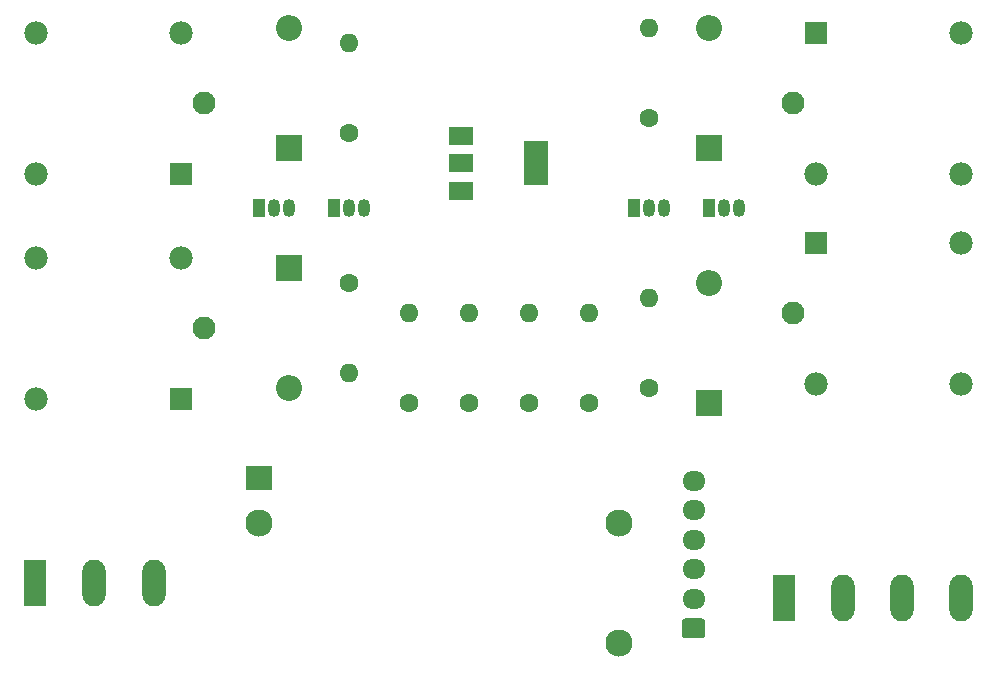
<source format=gbs>
%TF.GenerationSoftware,KiCad,Pcbnew,(5.1.10)-1*%
%TF.CreationDate,2021-10-30T21:12:42+05:30*%
%TF.ProjectId,esp12swithch board,65737031-3273-4776-9974-68636820626f,rev?*%
%TF.SameCoordinates,Original*%
%TF.FileFunction,Soldermask,Bot*%
%TF.FilePolarity,Negative*%
%FSLAX46Y46*%
G04 Gerber Fmt 4.6, Leading zero omitted, Abs format (unit mm)*
G04 Created by KiCad (PCBNEW (5.1.10)-1) date 2021-10-30 21:12:42*
%MOMM*%
%LPD*%
G01*
G04 APERTURE LIST*
%ADD10C,1.980000*%
%ADD11C,1.935000*%
%ADD12R,1.980000X1.980000*%
%ADD13R,2.000000X1.500000*%
%ADD14R,2.000000X3.800000*%
%ADD15O,1.600000X1.600000*%
%ADD16C,1.600000*%
%ADD17R,1.050000X1.500000*%
%ADD18O,1.050000X1.500000*%
%ADD19C,2.300000*%
%ADD20R,2.300000X2.000000*%
%ADD21O,1.980000X3.960000*%
%ADD22R,1.980000X3.960000*%
%ADD23O,1.950000X1.700000*%
%ADD24O,2.200000X2.200000*%
%ADD25R,2.200000X2.200000*%
G04 APERTURE END LIST*
D10*
%TO.C,K3*%
X225810000Y-49880000D03*
X225810000Y-61880000D03*
X213610000Y-61880000D03*
D11*
X211610000Y-55880000D03*
D12*
X213610000Y-49880000D03*
%TD*%
D10*
%TO.C,K4*%
X225810000Y-67660000D03*
X225810000Y-79660000D03*
X213610000Y-79660000D03*
D11*
X211610000Y-73660000D03*
D12*
X213610000Y-67660000D03*
%TD*%
D10*
%TO.C,K2*%
X147570000Y-61880000D03*
X147570000Y-49880000D03*
X159770000Y-49880000D03*
D11*
X161770000Y-55880000D03*
D12*
X159770000Y-61880000D03*
%TD*%
D13*
%TO.C,U1*%
X183540000Y-63260000D03*
X183540000Y-58660000D03*
X183540000Y-60960000D03*
D14*
X189840000Y-60960000D03*
%TD*%
D15*
%TO.C,R8*%
X189230000Y-73660000D03*
D16*
X189230000Y-81280000D03*
%TD*%
D15*
%TO.C,R7*%
X194310000Y-73660000D03*
D16*
X194310000Y-81280000D03*
%TD*%
D15*
%TO.C,R6*%
X184150000Y-73660000D03*
D16*
X184150000Y-81280000D03*
%TD*%
D15*
%TO.C,R5*%
X179070000Y-73660000D03*
D16*
X179070000Y-81280000D03*
%TD*%
D15*
%TO.C,R4*%
X199390000Y-72390000D03*
D16*
X199390000Y-80010000D03*
%TD*%
D15*
%TO.C,R3*%
X199390000Y-49530000D03*
D16*
X199390000Y-57150000D03*
%TD*%
D15*
%TO.C,R2*%
X173990000Y-50800000D03*
D16*
X173990000Y-58420000D03*
%TD*%
D15*
%TO.C,R1*%
X173990000Y-78740000D03*
D16*
X173990000Y-71120000D03*
%TD*%
D17*
%TO.C,Q4*%
X198120000Y-64770000D03*
D18*
X200660000Y-64770000D03*
X199390000Y-64770000D03*
%TD*%
D17*
%TO.C,Q3*%
X204470000Y-64770000D03*
D18*
X207010000Y-64770000D03*
X205740000Y-64770000D03*
%TD*%
D17*
%TO.C,Q2*%
X166370000Y-64770000D03*
D18*
X168910000Y-64770000D03*
X167640000Y-64770000D03*
%TD*%
D17*
%TO.C,Q1*%
X172720000Y-64770000D03*
D18*
X175260000Y-64770000D03*
X173990000Y-64770000D03*
%TD*%
D19*
%TO.C,PS1*%
X196850000Y-101600000D03*
X166370000Y-91440000D03*
D20*
X166370000Y-87630000D03*
D19*
X196850000Y-91440000D03*
%TD*%
D10*
%TO.C,K1*%
X147570000Y-80930000D03*
X147570000Y-68930000D03*
X159770000Y-68930000D03*
D11*
X161770000Y-74930000D03*
D12*
X159770000Y-80930000D03*
%TD*%
D21*
%TO.C,J4*%
X220820000Y-97790000D03*
X225820000Y-97790000D03*
X215820000Y-97790000D03*
D22*
X210820000Y-97790000D03*
%TD*%
D23*
%TO.C,J3*%
X203200000Y-87830000D03*
X203200000Y-90330000D03*
X203200000Y-92830000D03*
X203200000Y-95330000D03*
X203200000Y-97830000D03*
G36*
G01*
X203925000Y-101180000D02*
X202475000Y-101180000D01*
G75*
G02*
X202225000Y-100930000I0J250000D01*
G01*
X202225000Y-99730000D01*
G75*
G02*
X202475000Y-99480000I250000J0D01*
G01*
X203925000Y-99480000D01*
G75*
G02*
X204175000Y-99730000I0J-250000D01*
G01*
X204175000Y-100930000D01*
G75*
G02*
X203925000Y-101180000I-250000J0D01*
G01*
G37*
%TD*%
D21*
%TO.C,J1*%
X157480000Y-96520000D03*
X152480000Y-96520000D03*
D22*
X147480000Y-96520000D03*
%TD*%
D24*
%TO.C,D4*%
X204470000Y-71120000D03*
D25*
X204470000Y-81280000D03*
%TD*%
D24*
%TO.C,D3*%
X204470000Y-49530000D03*
D25*
X204470000Y-59690000D03*
%TD*%
D24*
%TO.C,D2*%
X168910000Y-49530000D03*
D25*
X168910000Y-59690000D03*
%TD*%
D24*
%TO.C,D1*%
X168910000Y-80010000D03*
D25*
X168910000Y-69850000D03*
%TD*%
M02*

</source>
